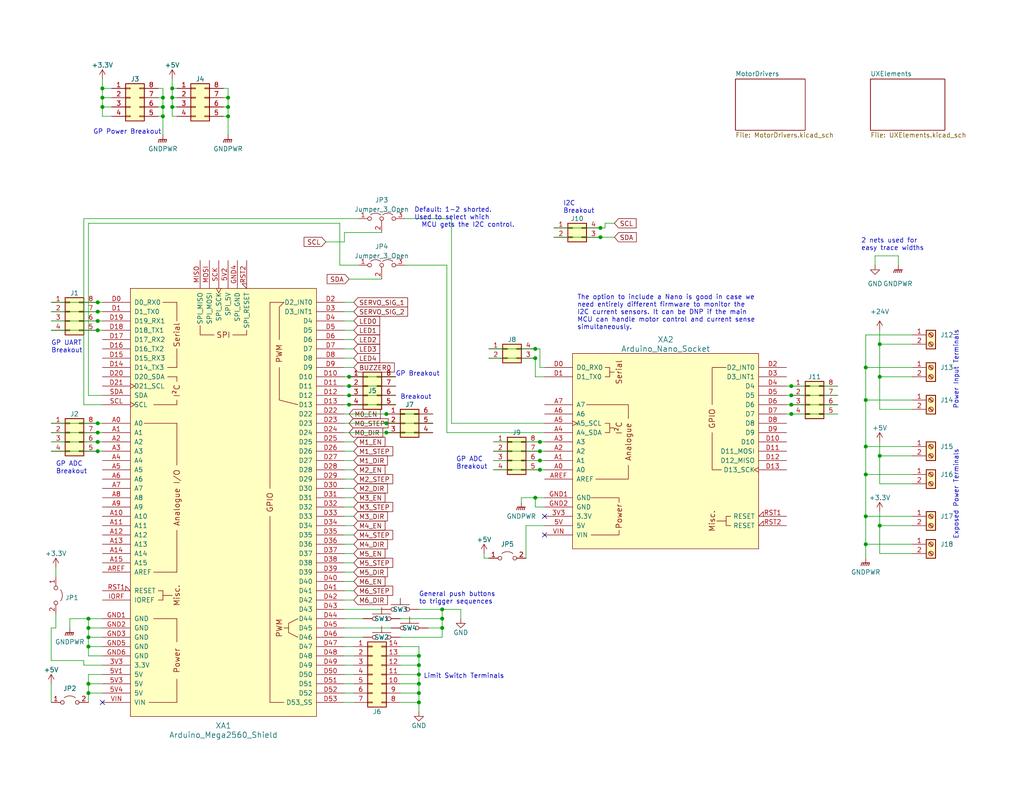
<source format=kicad_sch>
(kicad_sch (version 20230121) (generator eeschema)
  (paper "USLetter")
  (lib_symbols
    (symbol "+3.3V_1" (power) (pin_names (offset 0))
      (property "Value" "+3.3V_1" (at 0 3.556 0))
      (symbol "+3.3V_1_1_1"
        (pin power_in line (at 0 0 90) (length 0) hide (name "+3.3V") (number "1"))
      )
    )
    (symbol "+3.3V_2" (power) (pin_names (offset 0))
      (property "Value" "+3.3V_2" (at 0 3.556 0))
      (symbol "+3.3V_2_1_1"
        (pin power_in line (at 0 0 90) (length 0) hide (name "+3.3V") (number "1"))
      )
    )
    (symbol "+5V_1" (power) (pin_names (offset 0))
      (property "Value" "+5V_1" (at 0 3.556 0))
      (symbol "+5V_1_1_1"
        (pin power_in line (at 0 0 90) (length 0) hide (name "+5V") (number "1"))
      )
    )
    (symbol "Arduino_Library:Arduino_Mega2560_Shield" (pin_names (offset 1.016))
      (property "Reference" "XA" (at 2.54 0 90))
      (property "Value" "Arduino_Mega2560_Shield" (at -2.54 0 90))
      (symbol "Arduino_Mega2560_Shield_0_0"
        (text "Analogue I/O" (at -12.7 1.27 900) (effects (font (size 1.524 1.524))))
        (text "I²C" (at -12.7 30.48 900) (effects (font (size 1.524 1.524))))
        (text "Misc." (at -12.7 -25.4 900) (effects (font (size 1.524 1.524))))
        (text "Power" (at -12.7 -43.18 900) (effects (font (size 1.524 1.524))))
        (text "PWM" (at 15.24 -34.29 900) (effects (font (size 1.524 1.524))))
        (text "PWM" (at 15.24 40.64 900) (effects (font (size 1.524 1.524))))
        (text "Serial" (at -12.7 45.72 900) (effects (font (size 1.524 1.524))))
        (text "SPI" (at 0 45.72 0) (effects (font (size 1.524 1.524))))
      )
      (symbol "Arduino_Mega2560_Shield_1_0"
        (text "GPIO" (at 12.7 0 900) (effects (font (size 1.524 1.524))))
      )
      (symbol "Arduino_Mega2560_Shield_1_1"
        (pin power_out line (at -33.02 -44.45 0) (length 7.62) (name "3.3V") (number "3V3"))
        (pin power_in line (at -33.02 -46.99 0) (length 7.62) (name "5V") (number "5V1"))
        (pin power_in line (at 1.27 66.04 270) (length 7.62) (name "SPI_5V") (number "5V2"))
        (pin power_in line (at -33.02 -49.53 0) (length 7.62) (name "5V") (number "5V3"))
        (pin power_in line (at -33.02 -52.07 0) (length 7.62) (name "5V") (number "5V4"))
        (pin bidirectional line (at -33.02 21.59 0) (length 7.62) (name "A0") (number "A0"))
        (pin bidirectional line (at -33.02 19.05 0) (length 7.62) (name "A1") (number "A1"))
        (pin bidirectional line (at -33.02 -3.81 0) (length 7.62) (name "A10") (number "A10"))
        (pin bidirectional line (at -33.02 -6.35 0) (length 7.62) (name "A11") (number "A11"))
        (pin bidirectional line (at -33.02 -8.89 0) (length 7.62) (name "A12") (number "A12"))
        (pin bidirectional line (at -33.02 -11.43 0) (length 7.62) (name "A13") (number "A13"))
        (pin bidirectional line (at -33.02 -13.97 0) (length 7.62) (name "A14") (number "A14"))
        (pin bidirectional line (at -33.02 -16.51 0) (length 7.62) (name "A15") (number "A15"))
        (pin bidirectional line (at -33.02 16.51 0) (length 7.62) (name "A2") (number "A2"))
        (pin bidirectional line (at -33.02 13.97 0) (length 7.62) (name "A3") (number "A3"))
        (pin bidirectional line (at -33.02 11.43 0) (length 7.62) (name "A4") (number "A4"))
        (pin bidirectional line (at -33.02 8.89 0) (length 7.62) (name "A5") (number "A5"))
        (pin bidirectional line (at -33.02 6.35 0) (length 7.62) (name "A6") (number "A6"))
        (pin bidirectional line (at -33.02 3.81 0) (length 7.62) (name "A7") (number "A7"))
        (pin bidirectional line (at -33.02 1.27 0) (length 7.62) (name "A8") (number "A8"))
        (pin bidirectional line (at -33.02 -1.27 0) (length 7.62) (name "A9") (number "A9"))
        (pin input line (at -33.02 -19.05 0) (length 7.62) (name "AREF") (number "AREF"))
        (pin bidirectional line (at -33.02 54.61 0) (length 7.62) (name "D0_RX0") (number "D0"))
        (pin bidirectional line (at -33.02 52.07 0) (length 7.62) (name "D1_TX0") (number "D1"))
        (pin bidirectional line (at 33.02 34.29 180) (length 7.62) (name "D10") (number "D10"))
        (pin bidirectional line (at 33.02 31.75 180) (length 7.62) (name "D11") (number "D11"))
        (pin bidirectional line (at 33.02 29.21 180) (length 7.62) (name "D12") (number "D12"))
        (pin bidirectional line (at 33.02 26.67 180) (length 7.62) (name "D13") (number "D13"))
        (pin bidirectional line (at -33.02 36.83 0) (length 7.62) (name "D14_TX3") (number "D14"))
        (pin bidirectional line (at -33.02 39.37 0) (length 7.62) (name "D15_RX3") (number "D15"))
        (pin bidirectional line (at -33.02 41.91 0) (length 7.62) (name "D16_TX2") (number "D16"))
        (pin bidirectional line (at -33.02 44.45 0) (length 7.62) (name "D17_RX2") (number "D17"))
        (pin bidirectional line (at -33.02 46.99 0) (length 7.62) (name "D18_TX1") (number "D18"))
        (pin bidirectional line (at -33.02 49.53 0) (length 7.62) (name "D19_RX1") (number "D19"))
        (pin bidirectional line (at 33.02 54.61 180) (length 7.62) (name "D2_INT0") (number "D2"))
        (pin bidirectional line (at -33.02 34.29 0) (length 7.62) (name "D20_SDA") (number "D20"))
        (pin bidirectional clock (at -33.02 31.75 0) (length 7.62) (name "D21_SCL") (number "D21"))
        (pin bidirectional line (at 33.02 24.13 180) (length 7.62) (name "D22") (number "D22"))
        (pin bidirectional line (at 33.02 21.59 180) (length 7.62) (name "D23") (number "D23"))
        (pin bidirectional line (at 33.02 19.05 180) (length 7.62) (name "D24") (number "D24"))
        (pin bidirectional line (at 33.02 16.51 180) (length 7.62) (name "D25") (number "D25"))
        (pin bidirectional line (at 33.02 13.97 180) (length 7.62) (name "D26") (number "D26"))
        (pin bidirectional line (at 33.02 11.43 180) (length 7.62) (name "D27") (number "D27"))
        (pin bidirectional line (at 33.02 8.89 180) (length 7.62) (name "D28") (number "D28"))
        (pin bidirectional line (at 33.02 6.35 180) (length 7.62) (name "D29") (number "D29"))
        (pin bidirectional line (at 33.02 52.07 180) (length 7.62) (name "D3_INT1") (number "D3"))
        (pin bidirectional line (at 33.02 3.81 180) (length 7.62) (name "D30") (number "D30"))
        (pin bidirectional line (at 33.02 1.27 180) (length 7.62) (name "D31") (number "D31"))
        (pin bidirectional line (at 33.02 -1.27 180) (length 7.62) (name "D32") (number "D32"))
        (pin bidirectional line (at 33.02 -3.81 180) (length 7.62) (name "D33") (number "D33"))
        (pin bidirectional line (at 33.02 -6.35 180) (length 7.62) (name "D34") (number "D34"))
        (pin bidirectional line (at 33.02 -8.89 180) (length 7.62) (name "D35") (number "D35"))
        (pin bidirectional line (at 33.02 -11.43 180) (length 7.62) (name "D36") (number "D36"))
        (pin bidirectional line (at 33.02 -13.97 180) (length 7.62) (name "D37") (number "D37"))
        (pin bidirectional line (at 33.02 -16.51 180) (length 7.62) (name "D38") (number "D38"))
        (pin bidirectional line (at 33.02 -19.05 180) (length 7.62) (name "D39") (number "D39"))
        (pin bidirectional line (at 33.02 49.53 180) (length 7.62) (name "D4") (number "D4"))
        (pin bidirectional line (at 33.02 -21.59 180) (length 7.62) (name "D40") (number "D40"))
        (pin bidirectional line (at 33.02 -24.13 180) (length 7.62) (name "D41") (number "D41"))
        (pin bidirectional line (at 33.02 -26.67 180) (length 7.62) (name "D42") (number "D42"))
        (pin bidirectional line (at 33.02 -29.21 180) (length 7.62) (name "D43") (number "D43"))
        (pin bidirectional line (at 33.02 -31.75 180) (length 7.62) (name "D44") (number "D44"))
        (pin bidirectional line (at 33.02 -34.29 180) (length 7.62) (name "D45") (number "D45"))
        (pin bidirectional line (at 33.02 -36.83 180) (length 7.62) (name "D46") (number "D46"))
        (pin bidirectional line (at 33.02 -39.37 180) (length 7.62) (name "D47") (number "D47"))
        (pin bidirectional line (at 33.02 -41.91 180) (length 7.62) (name "D48") (number "D48"))
        (pin bidirectional line (at 33.02 -44.45 180) (length 7.62) (name "D49") (number "D49"))
        (pin bidirectional line (at 33.02 46.99 180) (length 7.62) (name "D5") (number "D5"))
        (pin bidirectional line (at 33.02 -46.99 180) (length 7.62) (name "D50") (number "D50"))
        (pin bidirectional line (at 33.02 -49.53 180) (length 7.62) (name "D51") (number "D51"))
        (pin bidirectional line (at 33.02 -52.07 180) (length 7.62) (name "D52") (number "D52"))
        (pin bidirectional line (at 33.02 -54.61 180) (length 7.62) (name "D53_SS") (number "D53"))
        (pin bidirectional line (at 33.02 44.45 180) (length 7.62) (name "D6") (number "D6"))
        (pin bidirectional line (at 33.02 41.91 180) (length 7.62) (name "D7") (number "D7"))
        (pin bidirectional line (at 33.02 39.37 180) (length 7.62) (name "D8") (number "D8"))
        (pin bidirectional line (at 33.02 36.83 180) (length 7.62) (name "D9") (number "D9"))
        (pin power_in line (at -33.02 -31.75 0) (length 7.62) (name "GND") (number "GND1"))
        (pin power_in line (at -33.02 -34.29 0) (length 7.62) (name "GND") (number "GND2"))
        (pin power_in line (at -33.02 -36.83 0) (length 7.62) (name "GND") (number "GND3"))
        (pin power_in line (at 3.81 66.04 270) (length 7.62) (name "SPI_GND") (number "GND4"))
        (pin power_in line (at -33.02 -39.37 0) (length 7.62) (name "GND") (number "GND5"))
        (pin power_in line (at -33.02 -41.91 0) (length 7.62) (name "GND") (number "GND6"))
        (pin output line (at -33.02 -26.67 0) (length 7.62) (name "IOREF") (number "IORF"))
        (pin input line (at -6.35 66.04 270) (length 7.62) (name "SPI_MISO") (number "MISO"))
        (pin output line (at -3.81 66.04 270) (length 7.62) (name "SPI_MOSI") (number "MOSI"))
        (pin open_collector input_low (at -33.02 -24.13 0) (length 7.62) (name "RESET") (number "RST1"))
        (pin open_collector input_low (at 6.35 66.04 270) (length 7.62) (name "SPI_RESET") (number "RST2"))
        (pin output clock (at -1.27 66.04 270) (length 7.62) (name "SPI_SCK") (number "SCK"))
        (pin bidirectional clock (at -33.02 26.67 0) (length 7.62) (name "SCL") (number "SCL"))
        (pin bidirectional line (at -33.02 29.21 0) (length 7.62) (name "SDA") (number "SDA"))
        (pin power_in line (at -33.02 -54.61 0) (length 7.62) (name "VIN") (number "VIN"))
      )
    )
    (symbol "Arduino_Library:Arduino_Nano_Socket" (pin_names (offset 1.016))
      (property "Reference" "XA" (at 2.54 0 90))
      (property "Value" "Arduino_Nano_Socket" (at -2.54 0 90))
      (symbol "Arduino_Nano_Socket_0_0"
        (text "Analogue" (at -10.16 2.54 900) (effects (font (size 1.524 1.524))))
        (text "I²C" (at -12.7 6.35 900) (effects (font (size 1.524 1.524))))
        (text "Misc." (at 12.7 -19.05 900) (effects (font (size 1.524 1.524))))
        (text "Power" (at -12.7 -17.78 900) (effects (font (size 1.524 1.524))))
        (text "Serial" (at -12.7 21.59 900) (effects (font (size 1.524 1.524))))
      )
      (symbol "Arduino_Nano_Socket_1_0"
        (text "GPIO" (at 12.7 8.89 900) (effects (font (size 1.524 1.524))))
      )
      (symbol "Arduino_Nano_Socket_1_1"
        (pin power_out line (at -33.02 -17.78 0) (length 7.62) (name "3.3V") (number "3V3"))
        (pin power_in line (at -33.02 -20.32 0) (length 7.62) (name "5V") (number "5V"))
        (pin bidirectional line (at -33.02 -5.08 0) (length 7.62) (name "A0") (number "A0"))
        (pin bidirectional line (at -33.02 -2.54 0) (length 7.62) (name "A1") (number "A1"))
        (pin bidirectional line (at -33.02 0 0) (length 7.62) (name "A2") (number "A2"))
        (pin bidirectional line (at -33.02 2.54 0) (length 7.62) (name "A3") (number "A3"))
        (pin bidirectional line (at -33.02 5.08 0) (length 7.62) (name "A4_SDA") (number "A4"))
        (pin bidirectional clock (at -33.02 7.62 0) (length 7.62) (name "A5_SCL") (number "A5"))
        (pin input line (at -33.02 10.16 0) (length 7.62) (name "A6") (number "A6"))
        (pin input line (at -33.02 12.7 0) (length 7.62) (name "A7") (number "A7"))
        (pin input line (at -33.02 -7.62 0) (length 7.62) (name "AREF") (number "AREF"))
        (pin bidirectional line (at -33.02 22.86 0) (length 7.62) (name "D0_RX0") (number "D0"))
        (pin bidirectional line (at -33.02 20.32 0) (length 7.62) (name "D1_TX0") (number "D1"))
        (pin bidirectional line (at 33.02 2.54 180) (length 7.62) (name "D10") (number "D10"))
        (pin bidirectional line (at 33.02 0 180) (length 7.62) (name "D11_MOSI") (number "D11"))
        (pin bidirectional line (at 33.02 -2.54 180) (length 7.62) (name "D12_MISO") (number "D12"))
        (pin bidirectional clock (at 33.02 -5.08 180) (length 7.62) (name "D13_SCK") (number "D13"))
        (pin bidirectional line (at 33.02 22.86 180) (length 7.62) (name "D2_INT0") (number "D2"))
        (pin bidirectional line (at 33.02 20.32 180) (length 7.62) (name "D3_INT1") (number "D3"))
        (pin bidirectional line (at 33.02 17.78 180) (length 7.62) (name "D4") (number "D4"))
        (pin bidirectional line (at 33.02 15.24 180) (length 7.62) (name "D5") (number "D5"))
        (pin bidirectional line (at 33.02 12.7 180) (length 7.62) (name "D6") (number "D6"))
        (pin bidirectional line (at 33.02 10.16 180) (length 7.62) (name "D7") (number "D7"))
        (pin bidirectional line (at 33.02 7.62 180) (length 7.62) (name "D8") (number "D8"))
        (pin bidirectional line (at 33.02 5.08 180) (length 7.62) (name "D9") (number "D9"))
        (pin power_in line (at -33.02 -12.7 0) (length 7.62) (name "GND") (number "GND1"))
        (pin power_in line (at -33.02 -15.24 0) (length 7.62) (name "GND") (number "GND2"))
        (pin open_collector input_low (at 33.02 -17.78 180) (length 7.62) (name "RESET") (number "RST1"))
        (pin open_collector input_low (at 33.02 -20.32 180) (length 7.62) (name "RESET") (number "RST2"))
        (pin power_in line (at -33.02 -22.86 0) (length 7.62) (name "VIN") (number "VIN"))
      )
    )
    (symbol "Connector:Screw_Terminal_01x02" (pin_names (offset 1.016) hide)
      (property "Reference" "J" (at 0 2.54 0))
      (property "Value" "Screw_Terminal_01x02" (at 0 -5.08 0))
      (symbol "Screw_Terminal_01x02_1_1"
        (pin passive line (at -5.08 0 0) (length 3.81) (name "Pin_1") (number "1"))
        (pin passive line (at -5.08 -2.54 0) (length 3.81) (name "Pin_2") (number "2"))
      )
    )
    (symbol "Connector_Generic:Conn_02x02_Counter_Clockwise" (pin_names (offset 1.016) hide)
      (property "Reference" "J" (at 1.27 2.54 0))
      (property "Value" "Conn_02x02_Counter_Clockwise" (at 1.27 -5.08 0))
      (symbol "Conn_02x02_Counter_Clockwise_1_1"
        (pin passive line (at -5.08 0 0) (length 3.81) (name "Pin_1") (number "1"))
        (pin passive line (at -5.08 -2.54 0) (length 3.81) (name "Pin_2") (number "2"))
        (pin passive line (at 7.62 -2.54 180) (length 3.81) (name "Pin_3") (number "3"))
        (pin passive line (at 7.62 0 180) (length 3.81) (name "Pin_4") (number "4"))
      )
    )
    (symbol "Connector_Generic:Conn_02x03_Counter_Clockwise" (pin_names (offset 1.016) hide)
      (property "Reference" "J" (at 1.27 5.08 0))
      (property "Value" "Conn_02x03_Counter_Clockwise" (at 1.27 -5.08 0))
      (symbol "Conn_02x03_Counter_Clockwise_1_1"
        (pin passive line (at -5.08 2.54 0) (length 3.81) (name "Pin_1") (number "1"))
        (pin passive line (at -5.08 0 0) (length 3.81) (name "Pin_2") (number "2"))
        (pin passive line (at -5.08 -2.54 0) (length 3.81) (name "Pin_3") (number "3"))
        (pin passive line (at 7.62 -2.54 180) (length 3.81) (name "Pin_4") (number "4"))
        (pin passive line (at 7.62 0 180) (length 3.81) (name "Pin_5") (number "5"))
        (pin passive line (at 7.62 2.54 180) (length 3.81) (name "Pin_6") (number "6"))
      )
    )
    (symbol "Connector_Generic:Conn_02x04_Counter_Clockwise" (pin_names (offset 1.016) hide)
      (property "Reference" "J" (at 1.27 5.08 0))
      (property "Value" "Conn_02x04_Counter_Clockwise" (at 1.27 -7.62 0))
      (symbol "Conn_02x04_Counter_Clockwise_1_1"
        (pin passive line (at -5.08 2.54 0) (length 3.81) (name "Pin_1") (number "1"))
        (pin passive line (at -5.08 0 0) (length 3.81) (name "Pin_2") (number "2"))
        (pin passive line (at -5.08 -2.54 0) (length 3.81) (name "Pin_3") (number "3"))
        (pin passive line (at -5.08 -5.08 0) (length 3.81) (name "Pin_4") (number "4"))
        (pin passive line (at 7.62 -5.08 180) (length 3.81) (name "Pin_5") (number "5"))
        (pin passive line (at 7.62 -2.54 180) (length 3.81) (name "Pin_6") (number "6"))
        (pin passive line (at 7.62 0 180) (length 3.81) (name "Pin_7") (number "7"))
        (pin passive line (at 7.62 2.54 180) (length 3.81) (name "Pin_8") (number "8"))
      )
    )
    (symbol "Connector_Generic:Conn_02x07_Counter_Clockwise" (pin_names (offset 1.016) hide)
      (property "Reference" "J" (at 1.27 10.16 0))
      (property "Value" "Conn_02x07_Counter_Clockwise" (at 1.27 -10.16 0))
      (symbol "Conn_02x07_Counter_Clockwise_1_1"
        (pin passive line (at -5.08 7.62 0) (length 3.81) (name "Pin_1") (number "1"))
        (pin passive line (at 7.62 -2.54 180) (length 3.81) (name "Pin_10") (number "10"))
        (pin passive line (at 7.62 0 180) (length 3.81) (name "Pin_11") (number "11"))
        (pin passive line (at 7.62 2.54 180) (length 3.81) (name "Pin_12") (number "12"))
        (pin passive line (at 7.62 5.08 180) (length 3.81) (name "Pin_13") (number "13"))
        (pin passive line (at 7.62 7.62 180) (length 3.81) (name "Pin_14") (number "14"))
        (pin passive line (at -5.08 5.08 0) (length 3.81) (name "Pin_2") (number "2"))
        (pin passive line (at -5.08 2.54 0) (length 3.81) (name "Pin_3") (number "3"))
        (pin passive line (at -5.08 0 0) (length 3.81) (name "Pin_4") (number "4"))
        (pin passive line (at -5.08 -2.54 0) (length 3.81) (name "Pin_5") (number "5"))
        (pin passive line (at -5.08 -5.08 0) (length 3.81) (name "Pin_6") (number "6"))
        (pin passive line (at -5.08 -7.62 0) (length 3.81) (name "Pin_7") (number "7"))
        (pin passive line (at 7.62 -7.62 180) (length 3.81) (name "Pin_8") (number "8"))
        (pin passive line (at 7.62 -5.08 180) (length 3.81) (name "Pin_9") (number "9"))
      )
    )
    (symbol "GNDPWR_1" (power) (pin_names (offset 0))
      (property "Value" "GNDPWR_1" (at 0 -3.302 0))
      (symbol "GNDPWR_1_1_1"
        (pin power_in line (at 0 0 270) (length 0) hide (name "GNDPWR") (number "1"))
      )
    )
    (symbol "GNDPWR_2" (power) (pin_names (offset 0))
      (property "Value" "GNDPWR_2" (at 0 -3.302 0))
      (symbol "GNDPWR_2_1_1"
        (pin power_in line (at 0 0 270) (length 0) hide (name "GNDPWR") (number "1"))
      )
    )
    (symbol "GNDPWR_3" (power) (pin_names (offset 0))
      (property "Value" "GNDPWR_3" (at 0 -3.302 0))
      (symbol "GNDPWR_3_1_1"
        (pin power_in line (at 0 0 270) (length 0) hide (name "GNDPWR") (number "1"))
      )
    )
    (symbol "Jumper:Jumper_2_Open" (pin_names (offset 0) hide)
      (property "Reference" "JP" (at 0 2.794 0))
      (property "Value" "Jumper_2_Open" (at 0 -2.286 0))
      (symbol "Jumper_2_Open_1_1"
        (pin passive line (at -5.08 0 0) (length 2.54) (name "A") (number "1"))
        (pin passive line (at 5.08 0 180) (length 2.54) (name "B") (number "2"))
      )
    )
    (symbol "Jumper:Jumper_3_Open" (pin_names (offset 0) hide)
      (property "Reference" "JP" (at -2.54 -2.54 0))
      (property "Value" "Jumper_3_Open" (at 0 2.794 0))
      (symbol "Jumper_3_Open_1_1"
        (pin passive line (at -6.35 0 0) (length 2.54) (name "A") (number "1"))
        (pin passive line (at 0 -3.81 90) (length 2.54) (name "C") (number "2"))
        (pin passive line (at 6.35 0 180) (length 2.54) (name "B") (number "3"))
      )
    )
    (symbol "Switch:SW_Push" (pin_numbers hide) (pin_names (offset 1.016) hide)
      (property "Reference" "SW" (at 1.27 2.54 0))
      (property "Value" "SW_Push" (at 0 -1.524 0))
      (symbol "SW_Push_0_1"
        (pin passive line (at -5.08 0 0) (length 2.54) (name "1") (number "1"))
        (pin passive line (at 5.08 0 180) (length 2.54) (name "2") (number "2"))
      )
    )
    (symbol "power:+24V" (power) (pin_names (offset 0))
      (property "Value" "+24V" (at 0 3.556 0))
      (symbol "+24V_1_1"
        (pin power_in line (at 0 0 90) (length 0) hide (name "+24V") (number "1"))
      )
    )
    (symbol "power:+3.3V" (power) (pin_names (offset 0))
      (property "Value" "+3.3V" (at 0 3.556 0))
      (symbol "+3.3V_1_1"
        (pin power_in line (at 0 0 90) (length 0) hide (name "+3.3V") (number "1"))
      )
    )
    (symbol "power:+5V" (power) (pin_names (offset 0))
      (property "Value" "+5V" (at 0 3.556 0))
      (symbol "+5V_1_1"
        (pin power_in line (at 0 0 90) (length 0) hide (name "+5V") (number "1"))
      )
    )
    (symbol "power:GND" (power) (pin_names (offset 0))
      (property "Value" "GND" (at 0 -3.81 0))
      (symbol "GND_1_1"
        (pin power_in line (at 0 0 270) (length 0) hide (name "GND") (number "1"))
      )
    )
    (symbol "power:GNDPWR" (power) (pin_names (offset 0))
      (property "Value" "GNDPWR" (at 0 -3.302 0))
      (symbol "GNDPWR_1_1"
        (pin power_in line (at 0 0 270) (length 0) hide (name "GNDPWR") (number "1"))
      )
    )
  )
  (junction (at 24.13 189.23))
  (junction (at 146.05 97.79))
  (junction (at 95.25 105.41))
  (junction (at 114.3 186.69))
  (junction (at 62.23 26.67))
  (junction (at 62.23 29.21))
  (junction (at 26.67 123.19))
  (junction (at 24.13 186.69))
  (junction (at 236.22 121.92))
  (junction (at 44.45 29.21))
  (junction (at 114.3 189.23))
  (junction (at 44.45 26.67))
  (junction (at 26.67 87.63))
  (junction (at 240.03 124.46))
  (junction (at 120.65 168.91))
  (junction (at 26.67 82.55))
  (junction (at 46.99 29.21))
  (junction (at 95.25 110.49))
  (junction (at 105.41 118.11))
  (junction (at 105.41 115.57))
  (junction (at 120.65 171.45))
  (junction (at 114.3 191.77))
  (junction (at 114.3 184.15))
  (junction (at 163.83 62.23))
  (junction (at 240.03 93.98))
  (junction (at 147.32 125.73))
  (junction (at 215.9 105.41))
  (junction (at 27.94 24.13))
  (junction (at 120.65 166.37))
  (junction (at 236.22 109.22))
  (junction (at 215.9 110.49))
  (junction (at 215.9 107.95))
  (junction (at 146.05 135.89))
  (junction (at 95.25 102.87))
  (junction (at 240.03 143.51))
  (junction (at 147.32 120.65))
  (junction (at 114.3 179.07))
  (junction (at 236.22 100.33))
  (junction (at 95.25 107.95))
  (junction (at 236.22 148.59))
  (junction (at 147.32 128.27))
  (junction (at 146.05 95.25))
  (junction (at 26.67 115.57))
  (junction (at 46.99 26.67))
  (junction (at 24.13 168.91))
  (junction (at 147.32 123.19))
  (junction (at 62.23 31.75))
  (junction (at 24.13 173.99))
  (junction (at 24.13 176.53))
  (junction (at 26.67 85.09))
  (junction (at 26.67 90.17))
  (junction (at 24.13 171.45))
  (junction (at 26.67 120.65))
  (junction (at 27.94 29.21))
  (junction (at 27.94 26.67))
  (junction (at 46.99 24.13))
  (junction (at 240.03 102.87))
  (junction (at 215.9 113.03))
  (junction (at 26.67 118.11))
  (junction (at 236.22 129.54))
  (junction (at 44.45 31.75))
  (junction (at 114.3 181.61))
  (junction (at 105.41 113.03))
  (junction (at 236.22 140.97))
  (junction (at 163.83 64.77))
  (no_connect (at 148.59 146.05))
  (no_connect (at 148.59 140.97))
  (no_connect (at 27.94 191.77))
  (wire (pts (xy 93.98 120.65) (xy 96.52 120.65)))
  (wire (pts (xy 248.92 109.22) (xy 236.22 109.22)))
  (wire (pts (xy 96.52 163.83) (xy 93.98 163.83)))
  (wire (pts (xy 62.23 31.75) (xy 62.23 29.21)))
  (wire (pts (xy 240.03 143.51) (xy 240.03 151.13)))
  (wire (pts (xy 26.67 90.17) (xy 27.94 90.17)))
  (wire (pts (xy 109.22 179.07) (xy 114.3 179.07)))
  (wire (pts (xy 151.13 64.77) (xy 163.83 64.77)))
  (wire (pts (xy 27.94 29.21) (xy 30.48 29.21)))
  (wire (pts (xy 97.79 59.69) (xy 22.86 59.69)))
  (wire (pts (xy 93.98 151.13) (xy 96.52 151.13)))
  (wire (pts (xy 24.13 176.53) (xy 27.94 176.53)))
  (wire (pts (xy 214.63 107.95) (xy 215.9 107.95)))
  (wire (pts (xy 27.94 24.13) (xy 27.94 26.67)))
  (wire (pts (xy 143.51 152.4) (xy 143.51 143.51)))
  (wire (pts (xy 62.23 29.21) (xy 62.23 26.67)))
  (wire (pts (xy 245.11 72.39) (xy 245.11 69.85)))
  (wire (pts (xy 96.52 123.19) (xy 93.98 123.19)))
  (wire (pts (xy 13.97 186.69) (xy 13.97 191.77)))
  (wire (pts (xy 22.86 110.49) (xy 27.94 110.49)))
  (wire (pts (xy 93.98 100.33) (xy 96.52 100.33)))
  (wire (pts (xy 114.3 181.61) (xy 114.3 179.07)))
  (wire (pts (xy 236.22 121.92) (xy 236.22 129.54)))
  (wire (pts (xy 96.52 153.67) (xy 93.98 153.67)))
  (wire (pts (xy 22.86 181.61) (xy 27.94 181.61)))
  (wire (pts (xy 125.73 166.37) (xy 120.65 166.37)))
  (wire (pts (xy 62.23 24.13) (xy 60.96 24.13)))
  (wire (pts (xy 22.86 59.69) (xy 22.86 110.49)))
  (wire (pts (xy 92.71 72.39) (xy 92.71 60.96)))
  (wire (pts (xy 109.22 186.69) (xy 114.3 186.69)))
  (wire (pts (xy 95.25 102.87) (xy 107.95 102.87)))
  (wire (pts (xy 236.22 91.44) (xy 236.22 100.33)))
  (wire (pts (xy 114.3 191.77) (xy 114.3 189.23)))
  (wire (pts (xy 147.32 95.25) (xy 147.32 100.33)))
  (wire (pts (xy 27.94 26.67) (xy 27.94 29.21)))
  (wire (pts (xy 123.19 115.57) (xy 148.59 115.57)))
  (wire (pts (xy 146.05 97.79) (xy 133.35 97.79)))
  (wire (pts (xy 109.22 181.61) (xy 114.3 181.61)))
  (wire (pts (xy 146.05 102.87) (xy 148.59 102.87)))
  (wire (pts (xy 238.76 69.85) (xy 238.76 72.39)))
  (wire (pts (xy 93.98 171.45) (xy 106.68 171.45)))
  (wire (pts (xy 22.86 180.34) (xy 22.86 181.61)))
  (wire (pts (xy 27.94 184.15) (xy 24.13 184.15)))
  (wire (pts (xy 236.22 109.22) (xy 236.22 121.92)))
  (wire (pts (xy 13.97 115.57) (xy 26.67 115.57)))
  (wire (pts (xy 105.41 118.11) (xy 118.11 118.11)))
  (wire (pts (xy 96.52 161.29) (xy 93.98 161.29)))
  (wire (pts (xy 93.98 191.77) (xy 96.52 191.77)))
  (wire (pts (xy 236.22 129.54) (xy 248.92 129.54)))
  (wire (pts (xy 248.92 111.76) (xy 240.03 111.76)))
  (wire (pts (xy 146.05 95.25) (xy 147.32 95.25)))
  (wire (pts (xy 27.94 24.13) (xy 30.48 24.13)))
  (wire (pts (xy 60.96 29.21) (xy 62.23 29.21)))
  (wire (pts (xy 236.22 140.97) (xy 248.92 140.97)))
  (wire (pts (xy 26.67 82.55) (xy 27.94 82.55)))
  (wire (pts (xy 93.98 135.89) (xy 96.52 135.89)))
  (wire (pts (xy 121.92 72.39) (xy 121.92 118.11)))
  (wire (pts (xy 240.03 124.46) (xy 240.03 132.08)))
  (wire (pts (xy 43.18 26.67) (xy 44.45 26.67)))
  (wire (pts (xy 93.98 128.27) (xy 96.52 128.27)))
  (wire (pts (xy 93.98 90.17) (xy 96.52 90.17)))
  (wire (pts (xy 27.94 29.21) (xy 27.94 31.75)))
  (wire (pts (xy 163.83 64.77) (xy 167.64 64.77)))
  (wire (pts (xy 96.52 148.59) (xy 93.98 148.59)))
  (wire (pts (xy 93.98 102.87) (xy 95.25 102.87)))
  (wire (pts (xy 93.98 186.69) (xy 96.52 186.69)))
  (wire (pts (xy 24.13 168.91) (xy 27.94 168.91)))
  (wire (pts (xy 134.62 120.65) (xy 147.32 120.65)))
  (wire (pts (xy 93.98 184.15) (xy 96.52 184.15)))
  (wire (pts (xy 248.92 143.51) (xy 240.03 143.51)))
  (wire (pts (xy 44.45 31.75) (xy 44.45 29.21)))
  (wire (pts (xy 120.65 173.99) (xy 120.65 171.45)))
  (wire (pts (xy 105.41 115.57) (xy 118.11 115.57)))
  (wire (pts (xy 46.99 21.59) (xy 46.99 24.13)))
  (wire (pts (xy 26.67 87.63) (xy 27.94 87.63)))
  (wire (pts (xy 24.13 173.99) (xy 27.94 173.99)))
  (wire (pts (xy 96.52 140.97) (xy 93.98 140.97)))
  (wire (pts (xy 93.98 168.91) (xy 99.06 168.91)))
  (wire (pts (xy 24.13 60.96) (xy 24.13 107.95)))
  (wire (pts (xy 26.67 120.65) (xy 27.94 120.65)))
  (wire (pts (xy 24.13 189.23) (xy 27.94 189.23)))
  (wire (pts (xy 120.65 171.45) (xy 120.65 168.91)))
  (wire (pts (xy 215.9 110.49) (xy 228.6 110.49)))
  (wire (pts (xy 26.67 85.09) (xy 27.94 85.09)))
  (wire (pts (xy 26.67 118.11) (xy 27.94 118.11)))
  (wire (pts (xy 96.52 156.21) (xy 93.98 156.21)))
  (wire (pts (xy 236.22 148.59) (xy 236.22 152.4)))
  (wire (pts (xy 27.94 26.67) (xy 30.48 26.67)))
  (wire (pts (xy 93.98 176.53) (xy 96.52 176.53)))
  (wire (pts (xy 13.97 90.17) (xy 26.67 90.17)))
  (wire (pts (xy 134.62 128.27) (xy 147.32 128.27)))
  (wire (pts (xy 24.13 179.07) (xy 27.94 179.07)))
  (wire (pts (xy 46.99 24.13) (xy 48.26 24.13)))
  (wire (pts (xy 109.22 173.99) (xy 120.65 173.99)))
  (wire (pts (xy 93.98 189.23) (xy 96.52 189.23)))
  (wire (pts (xy 240.03 111.76) (xy 240.03 102.87)))
  (wire (pts (xy 114.3 176.53) (xy 109.22 176.53)))
  (wire (pts (xy 24.13 168.91) (xy 24.13 171.45)))
  (wire (pts (xy 110.49 59.69) (xy 123.19 59.69)))
  (wire (pts (xy 96.52 146.05) (xy 93.98 146.05)))
  (wire (pts (xy 240.03 102.87) (xy 248.92 102.87)))
  (wire (pts (xy 114.3 184.15) (xy 114.3 181.61)))
  (wire (pts (xy 132.08 152.4) (xy 133.35 152.4)))
  (wire (pts (xy 62.23 26.67) (xy 62.23 24.13)))
  (wire (pts (xy 27.94 186.69) (xy 24.13 186.69)))
  (wire (pts (xy 88.9 66.04) (xy 93.98 66.04)))
  (wire (pts (xy 214.63 113.03) (xy 215.9 113.03)))
  (wire (pts (xy 93.98 173.99) (xy 99.06 173.99)))
  (wire (pts (xy 44.45 29.21) (xy 44.45 26.67)))
  (wire (pts (xy 147.32 100.33) (xy 148.59 100.33)))
  (wire (pts (xy 95.25 76.2) (xy 104.14 76.2)))
  (wire (pts (xy 95.25 105.41) (xy 107.95 105.41)))
  (wire (pts (xy 13.97 82.55) (xy 26.67 82.55)))
  (wire (pts (xy 248.92 124.46) (xy 240.03 124.46)))
  (wire (pts (xy 215.9 113.03) (xy 228.6 113.03)))
  (wire (pts (xy 147.32 128.27) (xy 148.59 128.27)))
  (wire (pts (xy 114.3 179.07) (xy 114.3 176.53)))
  (wire (pts (xy 93.98 113.03) (xy 105.41 113.03)))
  (wire (pts (xy 109.22 191.77) (xy 114.3 191.77)))
  (wire (pts (xy 60.96 26.67) (xy 62.23 26.67)))
  (wire (pts (xy 93.98 179.07) (xy 96.52 179.07)))
  (wire (pts (xy 109.22 168.91) (xy 120.65 168.91)))
  (wire (pts (xy 214.63 105.41) (xy 215.9 105.41)))
  (wire (pts (xy 151.13 62.23) (xy 163.83 62.23)))
  (wire (pts (xy 134.62 123.19) (xy 147.32 123.19)))
  (wire (pts (xy 240.03 120.65) (xy 240.03 124.46)))
  (wire (pts (xy 114.3 189.23) (xy 114.3 186.69)))
  (wire (pts (xy 96.52 125.73) (xy 93.98 125.73)))
  (wire (pts (xy 62.23 36.83) (xy 62.23 31.75)))
  (wire (pts (xy 24.13 107.95) (xy 27.94 107.95)))
  (wire (pts (xy 110.49 72.39) (xy 121.92 72.39)))
  (wire (pts (xy 93.98 82.55) (xy 96.52 82.55)))
  (wire (pts (xy 15.24 167.64) (xy 15.24 171.45)))
  (wire (pts (xy 44.45 24.13) (xy 43.18 24.13)))
  (wire (pts (xy 15.24 171.45) (xy 13.97 171.45)))
  (wire (pts (xy 26.67 123.19) (xy 27.94 123.19)))
  (wire (pts (xy 13.97 118.11) (xy 26.67 118.11)))
  (wire (pts (xy 120.65 166.37) (xy 114.3 166.37)))
  (wire (pts (xy 146.05 135.89) (xy 146.05 138.43)))
  (wire (pts (xy 26.67 115.57) (xy 27.94 115.57)))
  (wire (pts (xy 240.03 93.98) (xy 248.92 93.98)))
  (wire (pts (xy 147.32 120.65) (xy 148.59 120.65)))
  (wire (pts (xy 27.94 31.75) (xy 30.48 31.75)))
  (wire (pts (xy 214.63 110.49) (xy 215.9 110.49)))
  (wire (pts (xy 236.22 91.44) (xy 248.92 91.44)))
  (wire (pts (xy 93.98 63.5) (xy 104.14 63.5)))
  (wire (pts (xy 146.05 95.25) (xy 133.35 95.25)))
  (wire (pts (xy 93.98 87.63) (xy 96.52 87.63)))
  (wire (pts (xy 46.99 26.67) (xy 48.26 26.67)))
  (wire (pts (xy 15.24 154.94) (xy 15.24 157.48)))
  (wire (pts (xy 92.71 60.96) (xy 24.13 60.96)))
  (wire (pts (xy 215.9 107.95) (xy 228.6 107.95)))
  (wire (pts (xy 240.03 102.87) (xy 240.03 93.98)))
  (wire (pts (xy 146.05 97.79) (xy 146.05 102.87)))
  (wire (pts (xy 123.19 59.69) (xy 123.19 115.57)))
  (wire (pts (xy 93.98 107.95) (xy 95.25 107.95)))
  (wire (pts (xy 13.97 180.34) (xy 22.86 180.34)))
  (wire (pts (xy 105.41 113.03) (xy 118.11 113.03)))
  (wire (pts (xy 163.83 62.23) (xy 165.1 62.23)))
  (wire (pts (xy 43.18 29.21) (xy 44.45 29.21)))
  (wire (pts (xy 114.3 186.69) (xy 114.3 184.15)))
  (wire (pts (xy 93.98 95.25) (xy 96.52 95.25)))
  (wire (pts (xy 24.13 186.69) (xy 24.13 189.23)))
  (wire (pts (xy 96.52 138.43) (xy 93.98 138.43)))
  (wire (pts (xy 236.22 140.97) (xy 236.22 148.59)))
  (wire (pts (xy 13.97 120.65) (xy 26.67 120.65)))
  (wire (pts (xy 142.24 135.89) (xy 142.24 137.16)))
  (wire (pts (xy 165.1 60.96) (xy 165.1 62.23)))
  (wire (pts (xy 240.03 139.7) (xy 240.03 143.51)))
  (wire (pts (xy 120.65 168.91) (xy 120.65 166.37)))
  (wire (pts (xy 147.32 125.73) (xy 148.59 125.73)))
  (wire (pts (xy 96.52 130.81) (xy 93.98 130.81)))
  (wire (pts (xy 134.62 125.73) (xy 147.32 125.73)))
  (wire (pts (xy 215.9 105.41) (xy 228.6 105.41)))
  (wire (pts (xy 46.99 24.13) (xy 46.99 26.67)))
  (wire (pts (xy 93.98 66.04) (xy 93.98 63.5)))
  (wire (pts (xy 97.79 72.39) (xy 92.71 72.39)))
  (wire (pts (xy 44.45 36.83) (xy 44.45 31.75)))
  (wire (pts (xy 93.98 97.79) (xy 96.52 97.79)))
  (wire (pts (xy 236.22 100.33) (xy 236.22 109.22)))
  (wire (pts (xy 95.25 107.95) (xy 107.95 107.95)))
  (wire (pts (xy 248.92 132.08) (xy 240.03 132.08)))
  (wire (pts (xy 24.13 171.45) (xy 24.13 173.99)))
  (wire (pts (xy 46.99 29.21) (xy 46.99 31.75)))
  (wire (pts (xy 46.99 29.21) (xy 48.26 29.21)))
  (wire (pts (xy 43.18 31.75) (xy 44.45 31.75)))
  (wire (pts (xy 121.92 118.11) (xy 148.59 118.11)))
  (wire (pts (xy 146.05 135.89) (xy 148.59 135.89)))
  (wire (pts (xy 114.3 194.31) (xy 114.3 191.77)))
  (wire (pts (xy 93.98 166.37) (xy 104.14 166.37)))
  (wire (pts (xy 96.52 133.35) (xy 93.98 133.35)))
  (wire (pts (xy 95.25 110.49) (xy 107.95 110.49)))
  (wire (pts (xy 60.96 31.75) (xy 62.23 31.75)))
  (wire (pts (xy 120.65 171.45) (xy 116.84 171.45)))
  (wire (pts (xy 132.08 151.13) (xy 132.08 152.4)))
  (wire (pts (xy 125.73 168.91) (xy 125.73 166.37)))
  (wire (pts (xy 109.22 189.23) (xy 114.3 189.23)))
  (wire (pts (xy 248.92 151.13) (xy 240.03 151.13)))
  (wire (pts (xy 24.13 189.23) (xy 24.13 191.77)))
  (wire (pts (xy 240.03 90.17) (xy 240.03 93.98)))
  (wire (pts (xy 19.05 168.91) (xy 19.05 171.45)))
  (wire (pts (xy 109.22 184.15) (xy 114.3 184.15)))
  (wire (pts (xy 13.97 85.09) (xy 26.67 85.09)))
  (wire (pts (xy 24.13 184.15) (xy 24.13 186.69)))
  (wire (pts (xy 13.97 123.19) (xy 26.67 123.19)))
  (wire (pts (xy 13.97 87.63) (xy 26.67 87.63)))
  (wire (pts (xy 93.98 85.09) (xy 96.52 85.09)))
  (wire (pts (xy 19.05 168.91) (xy 24.13 168.91)))
  (wire (pts (xy 147.32 123.19) (xy 148.59 123.19)))
  (wire (pts (xy 13.97 171.45) (xy 13.97 180.34)))
  (wire (pts (xy 245.11 69.85) (xy 238.76 69.85)))
  (wire (pts (xy 46.99 26.67) (xy 46.99 29.21)))
  (wire (pts (xy 93.98 118.11) (xy 105.41 118.11)))
  (wire (pts (xy 93.98 110.49) (xy 95.25 110.49)))
  (wire (pts (xy 93.98 105.41) (xy 95.25 105.41)))
  (wire (pts (xy 24.13 171.45) (xy 27.94 171.45)))
  (wire (pts (xy 93.98 115.57) (xy 105.41 115.57)))
  (wire (pts (xy 93.98 92.71) (xy 96.52 92.71)))
  (wire (pts (xy 27.94 21.59) (xy 27.94 24.13)))
  (wire (pts (xy 146.05 135.89) (xy 142.24 135.89)))
  (wire (pts (xy 46.99 31.75) (xy 48.26 31.75)))
  (wire (pts (xy 143.51 143.51) (xy 148.59 143.51)))
  (wire (pts (xy 236.22 148.59) (xy 248.92 148.59)))
  (wire (pts (xy 146.05 138.43) (xy 148.59 138.43)))
  (wire (pts (xy 93.98 181.61) (xy 96.52 181.61)))
  (wire (pts (xy 24.13 173.99) (xy 24.13 176.53)))
  (wire (pts (xy 236.22 129.54) (xy 236.22 140.97)))
  (wire (pts (xy 236.22 100.33) (xy 248.92 100.33)))
  (wire (pts (xy 93.98 143.51) (xy 96.52 143.51)))
  (wire (pts (xy 93.98 158.75) (xy 96.52 158.75)))
  (wire (pts (xy 236.22 121.92) (xy 248.92 121.92)))
  (wire (pts (xy 24.13 176.53) (xy 24.13 179.07)))
  (wire (pts (xy 44.45 26.67) (xy 44.45 24.13)))
  (wire (pts (xy 167.64 60.96) (xy 165.1 60.96)))
  (text "Exposed Power Terminals" (at 261.62 147.32 90) (effects (font (size 1.27 1.27)) (justify left bottom)))
  (text "The option to include a Nano is good in case we\nneed entirely different firmware to monitor the\nI2C current sensors. It can be DNP if the main\nMCU can handle motor control and current sense\nsimultaneously." (at 157.48 90.17 0) (effects (font (size 1.27 1.27)) (justify left bottom)))
  (text "General push buttons\nto trigger sequences" (at 114.3 165.1 0) (effects (font (size 1.27 1.27)) (justify left bottom)))
  (text "GP UART\nBreakout" (at 13.97 96.52 0) (effects (font (size 1.27 1.27)) (justify left bottom)))
  (text "GP Breakout" (at 107.95 102.87 0) (effects (font (size 1.27 1.27)) (justify left bottom)))
  (text "Default: 1-2 shorted.\nUsed to select which \n  MCU gets the I2C control." (at 113.03 62.23 0) (effects (font (size 1.27 1.27)) (justify left bottom)))
  (text "2 nets used for\neasy trace widths" (at 234.95 68.58 0) (effects (font (size 1.27 1.27)) (justify left bottom)))
  (text "GP Power Breakout" (at 25.4 36.83 0) (effects (font (size 1.27 1.27)) (justify left bottom)))
  (text "Limit Switch Terminals" (at 115.57 185.42 0) (effects (font (size 1.27 1.27)) (justify left bottom)))
  (text "GP ADC\nBreakout" (at 124.46 128.27 0) (effects (font (size 1.27 1.27)) (justify left bottom)))
  (text "I2C\nBreakout" (at 153.67 58.42 0) (effects (font (size 1.27 1.27)) (justify left bottom)))
  (text "Breakout" (at 109.22 109.22 0) (effects (font (size 1.27 1.27)) (justify left bottom)))
  (text "Power Input Terminals" (at 261.62 111.76 90) (effects (font (size 1.27 1.27)) (justify left bottom)))
  (text "GP ADC\nBreakout" (at 15.24 129.54 0) (effects (font (size 1.27 1.27)) (justify left bottom)))
  (global_label "M4_STEP" (shape input) (at 96.52 146.05 0) (property "Intersheetrefs" "${INTERSHEET_REFS}" (effects hide)))
  (global_label "M5_DIR" (shape input) (at 96.52 156.21 0) (property "Intersheetrefs" "${INTERSHEET_REFS}" (effects hide)))
  (global_label "LED1" (shape input) (at 96.52 90.17 0) (property "Intersheetrefs" "${INTERSHEET_REFS}" (effects hide)))
  (global_label "M1_EN" (shape input) (at 96.52 120.65 0) (property "Intersheetrefs" "${INTERSHEET_REFS}" (effects hide)))
  (global_label "SERVO_SIG_1" (shape input) (at 96.52 82.55 0) (property "Intersheetrefs" "${INTERSHEET_REFS}" (effects hide)))
  (global_label "M5_EN" (shape input) (at 96.52 151.13 0) (property "Intersheetrefs" "${INTERSHEET_REFS}" (effects hide)))
  (global_label "M4_EN" (shape input) (at 96.52 143.51 0) (property "Intersheetrefs" "${INTERSHEET_REFS}" (effects hide)))
  (global_label "M5_STEP" (shape input) (at 96.52 153.67 0) (property "Intersheetrefs" "${INTERSHEET_REFS}" (effects hide)))
  (global_label "M0_EN" (shape input) (at 95.25 113.03 0) (property "Intersheetrefs" "${INTERSHEET_REFS}" (effects hide)))
  (global_label "SDA" (shape input) (at 95.25 76.2 180) (property "Intersheetrefs" "${INTERSHEET_REFS}" (effects hide)))
  (global_label "M2_DIR" (shape input) (at 96.52 133.35 0) (property "Intersheetrefs" "${INTERSHEET_REFS}" (effects hide)))
  (global_label "M3_DIR" (shape input) (at 96.52 140.97 0) (property "Intersheetrefs" "${INTERSHEET_REFS}" (effects hide)))
  (global_label "M4_DIR" (shape input) (at 96.52 148.59 0) (property "Intersheetrefs" "${INTERSHEET_REFS}" (effects hide)))
  (global_label "SCL" (shape input) (at 167.64 60.96 0) (property "Intersheetrefs" "${INTERSHEET_REFS}" (effects hide)))
  (global_label "M2_EN" (shape input) (at 96.52 128.27 0) (property "Intersheetrefs" "${INTERSHEET_REFS}" (effects hide)))
  (global_label "LED4" (shape input) (at 96.52 97.79 0) (property "Intersheetrefs" "${INTERSHEET_REFS}" (effects hide)))
  (global_label "M1_DIR" (shape input) (at 96.52 125.73 0) (property "Intersheetrefs" "${INTERSHEET_REFS}" (effects hide)))
  (global_label "M0_STEP" (shape input) (at 95.25 115.57 0) (property "Intersheetrefs" "${INTERSHEET_REFS}" (effects hide)))
  (global_label "M6_DIR" (shape input) (at 96.52 163.83 0) (property "Intersheetrefs" "${INTERSHEET_REFS}" (effects hide)))
  (global_label "BUZZER0" (shape input) (at 96.52 100.33 0) (property "Intersheetrefs" "${INTERSHEET_REFS}" (effects hide)))
  (global_label "M1_STEP" (shape input) (at 96.52 123.19 0) (property "Intersheetrefs" "${INTERSHEET_REFS}" (effects hide)))
  (global_label "LED0" (shape input) (at 96.52 87.63 0) (property "Intersheetrefs" "${INTERSHEET_REFS}" (effects hide)))
  (global_label "M6_STEP" (shape input) (at 96.52 161.29 0) (property "Intersheetrefs" "${INTERSHEET_REFS}" (effects hide)))
  (global_label "SCL" (shape input) (at 88.9 66.04 180) (property "Intersheetrefs" "${INTERSHEET_REFS}" (effects hide)))
  (global_label "LED3" (shape input) (at 96.52 95.25 0) (property "Intersheetrefs" "${INTERSHEET_REFS}" (effects hide)))
  (global_label "M3_STEP" (shape input) (at 96.52 138.43 0) (property "Intersheetrefs" "${INTERSHEET_REFS}" (effects hide)))
  (global_label "LED2" (shape input) (at 96.52 92.71 0) (property "Intersheetrefs" "${INTERSHEET_REFS}" (effects hide)))
  (global_label "M2_STEP" (shape input) (at 96.52 130.81 0) (property "Intersheetrefs" "${INTERSHEET_REFS}" (effects hide)))
  (global_label "M3_EN" (shape input) (at 96.52 135.89 0) (property "Intersheetrefs" "${INTERSHEET_REFS}" (effects hide)))
  (global_label "M0_DIR" (shape input) (at 95.25 118.11 0) (property "Intersheetrefs" "${INTERSHEET_REFS}" (effects hide)))
  (global_label "SERVO_SIG_2" (shape input) (at 96.52 85.09 0) (property "Intersheetrefs" "${INTERSHEET_REFS}" (effects hide)))
  (global_label "SDA" (shape input) (at 167.64 64.77 0) (property "Intersheetrefs" "${INTERSHEET_REFS}" (effects hide)))
  (global_label "M6_EN" (shape input) (at 96.52 158.75 0) (property "Intersheetrefs" "${INTERSHEET_REFS}" (effects hide)))
  (symbol (lib_name "GNDPWR_1") (lib_id "power:GNDPWR") (at 19.05 171.45 0) (unit 1)
    (property "Reference" "#PWR03" (effects hide))
    (property "Value" "GNDPWR" (at 19.05 175.26 0))
  )
  (symbol (lib_id "Connector_Generic:Conn_02x04_Counter_Clockwise") (at 19.05 118.11 0) (unit 1)
    (property "Reference" "J2" (at 20.32 113.03 0))
    (property "Value" "Conn_02x04_Counter_Clockwise" (effects hide))
  )
  (symbol (lib_id "Connector_Generic:Conn_02x04_Counter_Clockwise") (at 53.34 26.67 0) (unit 1)
    (property "Reference" "J4" (at 54.61 21.59 0))
    (property "Value" "Conn_02x04_Counter_Clockwise" (effects hide))
  )
  (symbol (lib_id "Connector:Screw_Terminal_01x02") (at 254 121.92 0) (unit 1)
    (property "Reference" "J15" (at 256.54 121.9199 0) (effects (justify left)))
    (property "Value" "Screw_Terminal_01x02" (effects hide))
  )
  (symbol (lib_id "power:GND") (at 125.73 168.91 0) (unit 1)
    (property "Reference" "#PWR09" (effects hide))
    (property "Value" "GND" (at 125.73 172.72 0))
  )
  (symbol (lib_id "power:GND") (at 114.3 194.31 0) (unit 1)
    (property "Reference" "#PWR08" (effects hide))
    (property "Value" "GND" (at 114.3 198.12 0))
  )
  (symbol (lib_name "+3.3V_2") (lib_id "power:+3.3V") (at 27.94 21.59 0) (unit 1)
    (property "Reference" "#PWR04" (effects hide))
    (property "Value" "+3.3V" (at 27.94 17.78 0))
  )
  (symbol (lib_id "Switch:SW_Push") (at 104.14 173.99 0) (unit 1)
    (property "Reference" "SW2" (at 104.14 173.99 0))
    (property "Value" "SW_Push" (effects hide))
  )
  (symbol (lib_id "Connector_Generic:Conn_02x04_Counter_Clockwise") (at 19.05 85.09 0) (unit 1)
    (property "Reference" "J1" (at 20.32 80.01 0))
    (property "Value" "Conn_02x04_Counter_Clockwise" (effects hide))
  )
  (symbol (lib_id "Arduino_Library:Arduino_Mega2560_Shield") (at 60.96 137.16 0) (unit 1)
    (property "Reference" "XA1" (at 60.96 198.12 0) (effects (font (size 1.524 1.524))))
    (property "Value" "Arduino_Mega2560_Shield" (at 60.96 200.66 0) (effects (font (size 1.524 1.524))))
    (property "Footprint" "Arduino_Library:Arduino_Mega2560_Shield" (effects hide))
    (property "Datasheet" "https://docs.arduino.cc/hardware/mega-2560" (effects hide))
  )
  (symbol (lib_id "Connector_Generic:Conn_02x03_Counter_Clockwise") (at 110.49 115.57 0) (unit 1)
    (property "Reference" "J7" (at 111.76 110.49 0))
    (property "Value" "Conn_02x03_Counter_Clockwise" (effects hide))
  )
  (symbol (lib_id "power:+3.3V") (at 240.03 139.7 0) (unit 1)
    (property "Reference" "#PWR016" (effects hide))
    (property "Value" "+3.3V" (at 240.03 135.89 0))
  )
  (symbol (lib_name "GNDPWR_3") (lib_id "power:GNDPWR") (at 62.23 36.83 0) (unit 1)
    (property "Reference" "#PWR07" (effects hide))
    (property "Value" "GNDPWR" (at 62.23 40.64 0))
  )
  (symbol (lib_id "Connector:Screw_Terminal_01x02") (at 254 100.33 0) (unit 1)
    (property "Reference" "J13" (at 256.54 100.3299 0) (effects (justify left)))
    (property "Value" "Screw_Terminal_01x02" (effects hide))
  )
  (symbol (lib_id "power:+5V") (at 240.03 120.65 0) (unit 1)
    (property "Reference" "#PWR015" (effects hide))
    (property "Value" "+5V" (at 240.03 116.84 0))
  )
  (symbol (lib_id "Jumper:Jumper_2_Open") (at 15.24 162.56 270) (unit 1)
    (property "Reference" "JP1" (at 17.78 163.195 90) (effects (justify left)))
    (property "Value" "Jumper_2_Open" (effects hide))
  )
  (symbol (lib_id "Switch:SW_Push") (at 109.22 166.37 0) (unit 1)
    (property "Reference" "SW3" (at 109.22 166.37 0))
    (property "Value" "SW_Push" (effects hide))
  )
  (symbol (lib_id "Connector_Generic:Conn_02x04_Counter_Clockwise") (at 100.33 105.41 0) (unit 1)
    (property "Reference" "J5" (at 101.6 106.68 0))
    (property "Value" "Conn_02x05_Counter_Clockwise" (effects hide))
  )
  (symbol (lib_id "Jumper:Jumper_2_Open") (at 138.43 152.4 0) (unit 1)
    (property "Reference" "JP5" (at 138.43 148.59 0))
    (property "Value" "Jumper_2_Open" (effects hide))
  )
  (symbol (lib_id "power:+5V") (at 46.99 21.59 0) (unit 1)
    (property "Reference" "#PWR06" (effects hide))
    (property "Value" "+5V" (at 46.99 17.78 0))
  )
  (symbol (lib_id "Connector_Generic:Conn_02x04_Counter_Clockwise") (at 220.98 107.95 0) (unit 1)
    (property "Reference" "J11" (at 222.25 102.87 0))
    (property "Value" "Conn_02x04_Counter_Clockwise" (effects hide))
  )
  (symbol (lib_id "Connector:Screw_Terminal_01x02") (at 254 148.59 0) (unit 1)
    (property "Reference" "J18" (at 256.54 148.5899 0) (effects (justify left)))
    (property "Value" "Screw_Terminal_01x02" (effects hide))
  )
  (symbol (lib_id "power:GND") (at 238.76 72.39 0) (unit 1)
    (property "Reference" "#PWR013" (effects hide))
    (property "Value" "GND" (at 238.76 77.47 0))
  )
  (symbol (lib_id "Switch:SW_Push") (at 111.76 171.45 0) (unit 1)
    (property "Reference" "SW4" (at 111.76 171.45 0))
    (property "Value" "SW_Push" (effects hide))
  )
  (symbol (lib_id "Switch:SW_Push") (at 104.14 168.91 0) (unit 1)
    (property "Reference" "SW1" (at 104.14 168.91 0))
    (property "Value" "SW_Push" (effects hide))
  )
  (symbol (lib_id "Connector:Screw_Terminal_01x02") (at 254 140.97 0) (unit 1)
    (property "Reference" "J17" (at 256.54 140.9699 0) (effects (justify left)))
    (property "Value" "Screw_Terminal_01x02" (effects hide))
  )
  (symbol (lib_id "Jumper:Jumper_3_Open") (at 104.14 72.39 0) (unit 1)
    (property "Reference" "JP4" (at 104.14 67.31 0))
    (property "Value" "Jumper_3_Open" (at 104.14 69.85 0))
  )
  (symbol (lib_name "+5V_1") (lib_id "power:+5V") (at 132.08 151.13 0) (unit 1)
    (property "Reference" "#PWR010" (effects hide))
    (property "Value" "+5V" (at 132.08 147.32 0))
  )
  (symbol (lib_name "GNDPWR_2") (lib_id "power:GNDPWR") (at 245.11 72.39 0) (unit 1)
    (property "Reference" "#PWR017" (effects hide))
    (property "Value" "GNDPWR" (at 244.983 77.47 0))
  )
  (symbol (lib_id "Jumper:Jumper_2_Open") (at 19.05 191.77 0) (unit 1)
    (property "Reference" "JP2" (at 19.05 187.96 0))
    (property "Value" "Jumper_2_Open" (effects hide))
  )
  (symbol (lib_id "Connector:Screw_Terminal_01x02") (at 254 91.44 0) (unit 1)
    (property "Reference" "J12" (at 256.54 91.4399 0) (effects (justify left)))
    (property "Value" "Screw_Terminal_01x02" (effects hide))
  )
  (symbol (lib_id "Connector_Generic:Conn_02x02_Counter_Clockwise") (at 156.21 62.23 0) (unit 1)
    (property "Reference" "J10" (at 157.48 59.69 0))
    (property "Value" "Conn_02x02_Counter_Clockwise" (effects hide))
  )
  (symbol (lib_id "Connector:Screw_Terminal_01x02") (at 254 129.54 0) (unit 1)
    (property "Reference" "J16" (at 256.54 129.5399 0) (effects (justify left)))
    (property "Value" "Screw_Terminal_01x02" (effects hide))
  )
  (symbol (lib_id "Connector_Generic:Conn_02x02_Counter_Clockwise") (at 138.43 95.25 0) (unit 1)
    (property "Reference" "J8" (at 139.7 92.71 0))
    (property "Value" "Conn_02x02_Counter_Clockwise" (effects hide))
  )
  (symbol (lib_id "power:+24V") (at 240.03 90.17 0) (unit 1)
    (property "Reference" "#PWR014" (effects hide))
    (property "Value" "+24V" (at 240.03 85.09 0))
  )
  (symbol (lib_id "Connector_Generic:Conn_02x07_Counter_Clockwise") (at 101.6 184.15 0) (unit 1)
    (property "Reference" "J6" (at 102.87 194.31 0))
    (property "Value" "Conn_02x07_Counter_Clockwise" (effects hide))
  )
  (symbol (lib_name "+3.3V_1") (lib_id "power:+3.3V") (at 15.24 154.94 0) (unit 1)
    (property "Reference" "#PWR02" (effects hide))
    (property "Value" "+3.3V" (at 15.24 151.13 0))
  )
  (symbol (lib_id "Arduino_Library:Arduino_Nano_Socket") (at 181.61 123.19 0) (unit 1)
    (property "Reference" "XA2" (at 181.61 92.71 0) (effects (font (size 1.524 1.524))))
    (property "Value" "Arduino_Nano_Socket" (at 181.61 95.25 0) (effects (font (size 1.524 1.524))))
    (property "Footprint" "Arduino_Library:Arduino_Nano_Socket" (effects hide))
    (property "Datasheet" "https://docs.arduino.cc/hardware/nano" (effects hide))
  )
  (symbol (lib_id "Jumper:Jumper_3_Open") (at 104.14 59.69 0) (unit 1)
    (property "Reference" "JP3" (at 104.14 54.61 0))
    (property "Value" "Jumper_3_Open" (at 104.14 57.15 0))
  )
  (symbol (lib_id "power:GNDPWR") (at 236.22 152.4 0) (unit 1)
    (property "Reference" "#PWR012" (effects hide))
    (property "Value" "GNDPWR" (at 236.22 156.21 0))
  )
  (symbol (lib_id "Connector_Generic:Conn_02x04_Counter_Clockwise") (at 139.7 123.19 0) (unit 1)
    (property "Reference" "J9" (at 140.97 118.11 0))
    (property "Value" "Conn_02x04_Counter_Clockwise" (effects hide))
  )
  (symbol (lib_name "GNDPWR_1") (lib_id "power:GNDPWR") (at 142.24 137.16 0) (unit 1)
    (property "Reference" "#PWR011" (effects hide))
    (property "Value" "GNDPWR" (at 142.24 140.97 0))
  )
  (symbol (lib_id "Connector:Screw_Terminal_01x02") (at 254 109.22 0) (unit 1)
    (property "Reference" "J14" (at 256.54 109.2199 0) (effects (justify left)))
    (property "Value" "Screw_Terminal_01x02" (effects hide))
  )
  (symbol (lib_id "Connector_Generic:Conn_02x04_Counter_Clockwise") (at 35.56 26.67 0) (unit 1)
    (property "Reference" "J3" (at 36.83 21.59 0))
    (property "Value" "Conn_02x04_Counter_Clockwise" (effects hide))
  )
  (symbol (lib_name "GNDPWR_3") (lib_id "power:GNDPWR") (at 44.45 36.83 0) (unit 1)
    (property "Reference" "#PWR05" (effects hide))
    (property "Value" "GNDPWR" (at 44.45 40.64 0))
  )
  (symbol (lib_name "+5V_1") (lib_id "power:+5V") (at 13.97 186.69 0) (unit 1)
    (property "Reference" "#PWR01" (effects hide))
    (property "Value" "+5V" (at 13.97 182.88 0))
  )
  (sheet (at 237.49 21.59) (size 20.32 13.97) (stroke (width 0.1524))
    (property "Sheetname" "UXElements" (at 237.49 20.8784 0) (effects (justify left bottom)))
    (property "Sheetfile" "UXElements.kicad_sch" (at 237.49 36.1446 0) (effects (justify left top)))
  )
  (sheet (at 200.66 21.59) (size 19.05 13.97) (stroke (width 0.1524))
    (property "Sheetname" "MotorDrivers" (at 200.66 20.8784 0) (effects (justify left bottom)))
    (property "Sheetfile" "MotorDrivers.kicad_sch" (at 200.66 36.1446 0) (effects (justify left top)))
  )
)
</source>
